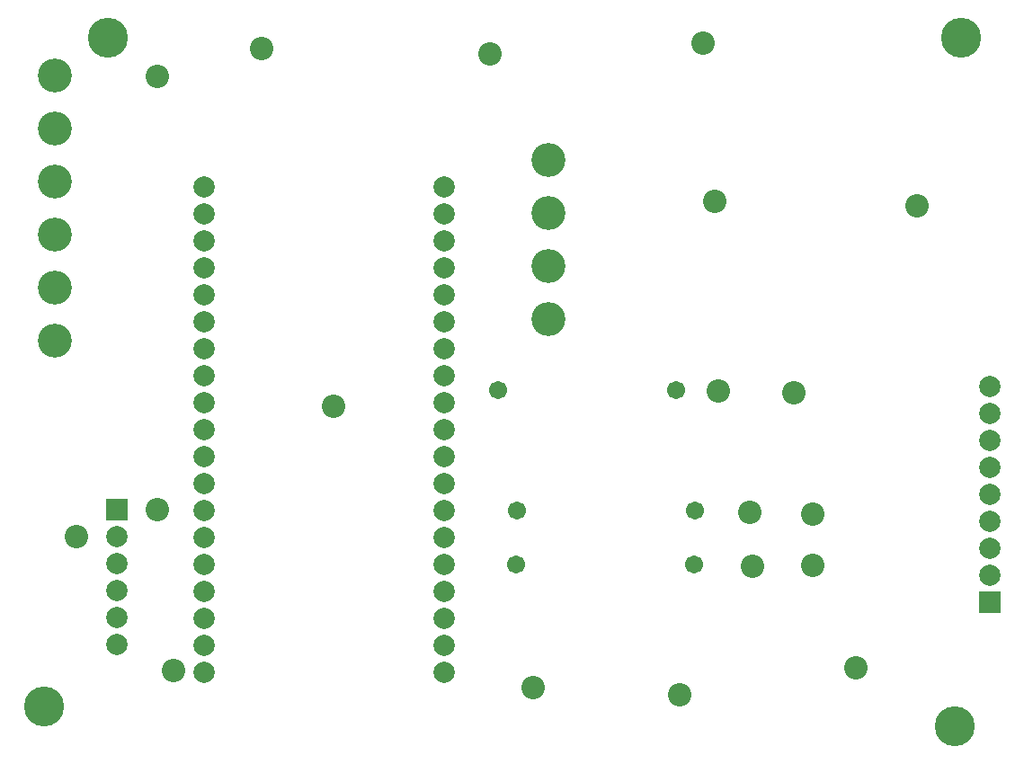
<source format=gbs>
G04*
G04 #@! TF.GenerationSoftware,Altium Limited,Altium Designer,25.3.3 (18)*
G04*
G04 Layer_Color=16711935*
%FSLAX44Y44*%
%MOMM*%
G71*
G04*
G04 #@! TF.SameCoordinates,66C2ACA9-6224-4F19-AAD4-62AA9E2CECE1*
G04*
G04*
G04 #@! TF.FilePolarity,Negative*
G04*
G01*
G75*
%ADD12C,2.0032*%
%ADD13C,1.7032*%
%ADD14C,3.7592*%
%ADD15R,2.0032X2.0032*%
%ADD16C,2.2032*%
%ADD17C,3.2032*%
D12*
X190000Y540000D02*
D03*
Y514600D02*
D03*
Y489200D02*
D03*
Y463800D02*
D03*
Y438400D02*
D03*
Y413000D02*
D03*
Y387600D02*
D03*
Y362200D02*
D03*
Y336800D02*
D03*
Y311400D02*
D03*
Y286000D02*
D03*
Y260600D02*
D03*
Y235200D02*
D03*
Y209800D02*
D03*
Y184400D02*
D03*
Y159000D02*
D03*
Y133600D02*
D03*
Y108200D02*
D03*
Y82800D02*
D03*
X416500D02*
D03*
Y108200D02*
D03*
Y133600D02*
D03*
Y159000D02*
D03*
Y184400D02*
D03*
Y209800D02*
D03*
Y235200D02*
D03*
Y260600D02*
D03*
Y286000D02*
D03*
Y311400D02*
D03*
Y336800D02*
D03*
Y362200D02*
D03*
Y387600D02*
D03*
Y413000D02*
D03*
Y438400D02*
D03*
Y463800D02*
D03*
Y489200D02*
D03*
Y514600D02*
D03*
Y540000D02*
D03*
X930000Y173800D02*
D03*
Y199200D02*
D03*
Y224600D02*
D03*
Y250000D02*
D03*
Y275400D02*
D03*
Y300800D02*
D03*
Y326200D02*
D03*
Y351600D02*
D03*
X108500Y209940D02*
D03*
Y184540D02*
D03*
Y159140D02*
D03*
Y133740D02*
D03*
Y108340D02*
D03*
D13*
X485000Y235000D02*
D03*
X653000D02*
D03*
X484000Y184000D02*
D03*
X652000D02*
D03*
X467000Y348000D02*
D03*
X635000D02*
D03*
D14*
X897000Y32000D02*
D03*
X40000Y50000D02*
D03*
X100000Y680000D02*
D03*
X903000D02*
D03*
D15*
X930000Y148400D02*
D03*
X108500Y235340D02*
D03*
D16*
X706500Y182250D02*
D03*
X746000Y346000D02*
D03*
X763500Y183250D02*
D03*
Y231250D02*
D03*
X674500Y347250D02*
D03*
X704500Y233250D02*
D03*
X804000Y87000D02*
D03*
X862000Y522000D02*
D03*
X671000Y526000D02*
D03*
X312000Y333250D02*
D03*
X70000Y210000D02*
D03*
X161290Y83820D02*
D03*
X146000Y644000D02*
D03*
X146600Y235340D02*
D03*
X460000Y665000D02*
D03*
X245000Y670000D02*
D03*
X500500Y68250D02*
D03*
X660000Y675000D02*
D03*
X638500Y61250D02*
D03*
D17*
X50000Y645000D02*
D03*
Y545000D02*
D03*
Y495000D02*
D03*
Y395000D02*
D03*
Y445000D02*
D03*
Y595000D02*
D03*
X515000Y565000D02*
D03*
Y515000D02*
D03*
Y465000D02*
D03*
Y415000D02*
D03*
M02*

</source>
